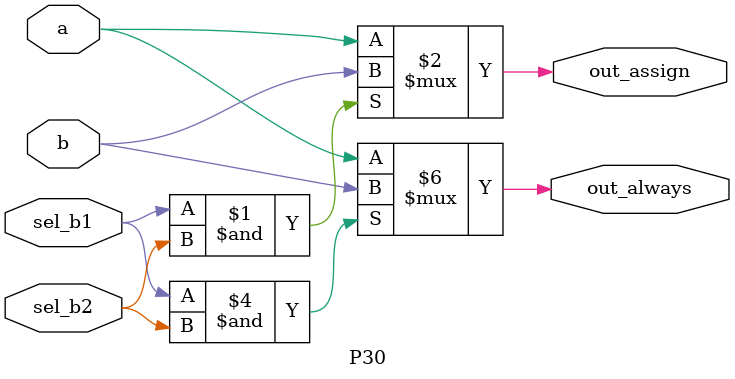
<source format=v>
module P30 (
    input a,
    input b,
    input sel_b1,
    input sel_b2,
    output wire out_assign,
    output reg out_always
);
  // 请用户在下方编辑代码
  assign out_assign = (sel_b1 & sel_b2) ? b : a;

  always @(*) begin
    if (sel_b1 & sel_b2) out_always = b;
    else out_always = a;
  end

  //用户编辑到此为止
endmodule

</source>
